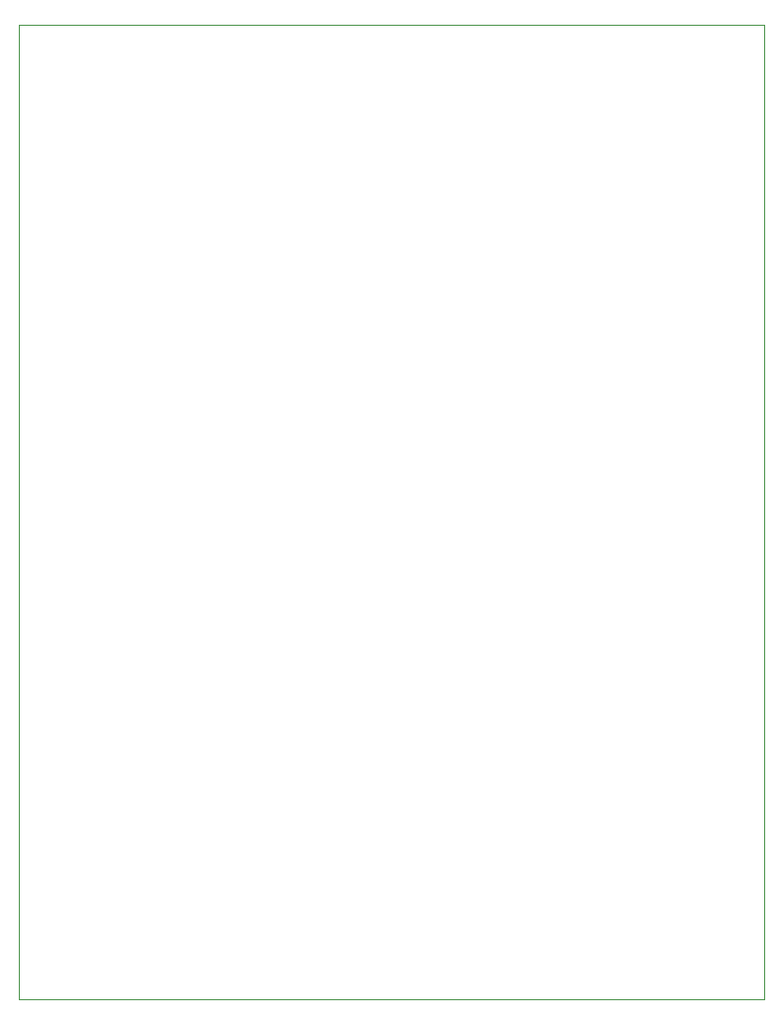
<source format=gbr>
%TF.GenerationSoftware,KiCad,Pcbnew,9.0.6*%
%TF.CreationDate,2025-12-19T09:04:58+05:30*%
%TF.ProjectId,HACKPAD,4841434b-5041-4442-9e6b-696361645f70,rev?*%
%TF.SameCoordinates,Original*%
%TF.FileFunction,Profile,NP*%
%FSLAX46Y46*%
G04 Gerber Fmt 4.6, Leading zero omitted, Abs format (unit mm)*
G04 Created by KiCad (PCBNEW 9.0.6) date 2025-12-19 09:04:58*
%MOMM*%
%LPD*%
G01*
G04 APERTURE LIST*
%TA.AperFunction,Profile*%
%ADD10C,0.050000*%
%TD*%
G04 APERTURE END LIST*
D10*
X117480000Y-51880000D02*
X181100000Y-51880000D01*
X181100000Y-135140000D01*
X117480000Y-135140000D01*
X117480000Y-51880000D01*
M02*

</source>
